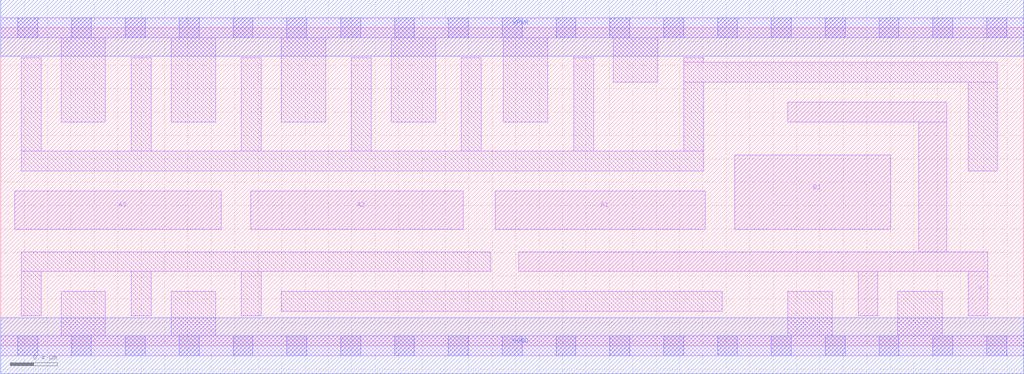
<source format=lef>
# Copyright 2020 The SkyWater PDK Authors
#
# Licensed under the Apache License, Version 2.0 (the "License");
# you may not use this file except in compliance with the License.
# You may obtain a copy of the License at
#
#     https://www.apache.org/licenses/LICENSE-2.0
#
# Unless required by applicable law or agreed to in writing, software
# distributed under the License is distributed on an "AS IS" BASIS,
# WITHOUT WARRANTIES OR CONDITIONS OF ANY KIND, either express or implied.
# See the License for the specific language governing permissions and
# limitations under the License.
#
# SPDX-License-Identifier: Apache-2.0

VERSION 5.7 ;
  NOWIREEXTENSIONATPIN ON ;
  DIVIDERCHAR "/" ;
  BUSBITCHARS "[]" ;
UNITS
  DATABASE MICRONS 200 ;
END UNITS
PROPERTYDEFINITIONS
  MACRO maskLayoutSubType STRING ;
  MACRO prCellType STRING ;
  MACRO originalViewName STRING ;
END PROPERTYDEFINITIONS
MACRO sky130_fd_sc_hdll__a31oi_4
  CLASS CORE ;
  FOREIGN sky130_fd_sc_hdll__a31oi_4 ;
  ORIGIN  0.000000  0.000000 ;
  SIZE  8.740000 BY  2.720000 ;
  SYMMETRY X Y R90 ;
  SITE unithd ;
  PIN A1
    ANTENNAGATEAREA  1.110000 ;
    DIRECTION INPUT ;
    USE SIGNAL ;
    PORT
      LAYER li1 ;
        RECT 4.225000 0.995000 6.020000 1.325000 ;
    END
  END A1
  PIN A2
    ANTENNAGATEAREA  1.110000 ;
    DIRECTION INPUT ;
    USE SIGNAL ;
    PORT
      LAYER li1 ;
        RECT 2.135000 0.995000 3.950000 1.325000 ;
    END
  END A2
  PIN A3
    ANTENNAGATEAREA  1.110000 ;
    DIRECTION INPUT ;
    USE SIGNAL ;
    PORT
      LAYER li1 ;
        RECT 0.120000 0.995000 1.885000 1.325000 ;
    END
  END A3
  PIN B1
    ANTENNAGATEAREA  1.110000 ;
    DIRECTION INPUT ;
    USE SIGNAL ;
    PORT
      LAYER li1 ;
        RECT 6.270000 0.995000 7.605000 1.630000 ;
    END
  END B1
  PIN Y
    ANTENNADIFFAREA  1.613500 ;
    DIRECTION OUTPUT ;
    USE SIGNAL ;
    PORT
      LAYER li1 ;
        RECT 4.425000 0.635000 8.435000 0.805000 ;
        RECT 6.725000 1.915000 8.085000 2.085000 ;
        RECT 7.325000 0.255000 7.495000 0.635000 ;
        RECT 7.845000 0.805000 8.085000 1.915000 ;
        RECT 8.265000 0.255000 8.435000 0.635000 ;
    END
  END Y
  PIN VGND
    DIRECTION INOUT ;
    USE GROUND ;
    PORT
      LAYER met1 ;
        RECT 0.000000 -0.240000 8.740000 0.240000 ;
    END
  END VGND
  PIN VPWR
    DIRECTION INOUT ;
    USE POWER ;
    PORT
      LAYER met1 ;
        RECT 0.000000 2.480000 8.740000 2.960000 ;
    END
  END VPWR
  OBS
    LAYER li1 ;
      RECT 0.000000 -0.085000 8.740000 0.085000 ;
      RECT 0.000000  2.635000 8.740000 2.805000 ;
      RECT 0.175000  0.255000 0.345000 0.635000 ;
      RECT 0.175000  0.635000 4.185000 0.805000 ;
      RECT 0.175000  1.495000 6.005000 1.665000 ;
      RECT 0.175000  1.665000 0.345000 2.465000 ;
      RECT 0.515000  0.085000 0.895000 0.465000 ;
      RECT 0.515000  1.915000 0.895000 2.635000 ;
      RECT 1.115000  0.255000 1.285000 0.635000 ;
      RECT 1.115000  1.665000 1.285000 2.465000 ;
      RECT 1.455000  0.085000 1.835000 0.465000 ;
      RECT 1.455000  1.915000 1.835000 2.635000 ;
      RECT 2.055000  0.255000 2.225000 0.635000 ;
      RECT 2.055000  1.665000 2.225000 2.465000 ;
      RECT 2.395000  0.295000 6.165000 0.465000 ;
      RECT 2.395000  1.915000 2.775000 2.635000 ;
      RECT 2.995000  1.665000 3.165000 2.465000 ;
      RECT 3.335000  1.915000 3.715000 2.635000 ;
      RECT 3.935000  1.665000 4.105000 2.465000 ;
      RECT 4.295000  1.915000 4.675000 2.635000 ;
      RECT 4.895000  1.665000 5.065000 2.465000 ;
      RECT 5.235000  2.255000 5.615000 2.635000 ;
      RECT 5.835000  1.665000 6.005000 2.255000 ;
      RECT 5.835000  2.255000 8.515000 2.425000 ;
      RECT 5.835000  2.425000 6.005000 2.465000 ;
      RECT 6.725000  0.085000 7.105000 0.465000 ;
      RECT 7.665000  0.085000 8.045000 0.465000 ;
      RECT 8.265000  1.495000 8.515000 2.255000 ;
    LAYER mcon ;
      RECT 0.145000 -0.085000 0.315000 0.085000 ;
      RECT 0.145000  2.635000 0.315000 2.805000 ;
      RECT 0.605000 -0.085000 0.775000 0.085000 ;
      RECT 0.605000  2.635000 0.775000 2.805000 ;
      RECT 1.065000 -0.085000 1.235000 0.085000 ;
      RECT 1.065000  2.635000 1.235000 2.805000 ;
      RECT 1.525000 -0.085000 1.695000 0.085000 ;
      RECT 1.525000  2.635000 1.695000 2.805000 ;
      RECT 1.985000 -0.085000 2.155000 0.085000 ;
      RECT 1.985000  2.635000 2.155000 2.805000 ;
      RECT 2.445000 -0.085000 2.615000 0.085000 ;
      RECT 2.445000  2.635000 2.615000 2.805000 ;
      RECT 2.905000 -0.085000 3.075000 0.085000 ;
      RECT 2.905000  2.635000 3.075000 2.805000 ;
      RECT 3.365000 -0.085000 3.535000 0.085000 ;
      RECT 3.365000  2.635000 3.535000 2.805000 ;
      RECT 3.825000 -0.085000 3.995000 0.085000 ;
      RECT 3.825000  2.635000 3.995000 2.805000 ;
      RECT 4.285000 -0.085000 4.455000 0.085000 ;
      RECT 4.285000  2.635000 4.455000 2.805000 ;
      RECT 4.745000 -0.085000 4.915000 0.085000 ;
      RECT 4.745000  2.635000 4.915000 2.805000 ;
      RECT 5.205000 -0.085000 5.375000 0.085000 ;
      RECT 5.205000  2.635000 5.375000 2.805000 ;
      RECT 5.665000 -0.085000 5.835000 0.085000 ;
      RECT 5.665000  2.635000 5.835000 2.805000 ;
      RECT 6.125000 -0.085000 6.295000 0.085000 ;
      RECT 6.125000  2.635000 6.295000 2.805000 ;
      RECT 6.585000 -0.085000 6.755000 0.085000 ;
      RECT 6.585000  2.635000 6.755000 2.805000 ;
      RECT 7.045000 -0.085000 7.215000 0.085000 ;
      RECT 7.045000  2.635000 7.215000 2.805000 ;
      RECT 7.505000 -0.085000 7.675000 0.085000 ;
      RECT 7.505000  2.635000 7.675000 2.805000 ;
      RECT 7.965000 -0.085000 8.135000 0.085000 ;
      RECT 7.965000  2.635000 8.135000 2.805000 ;
      RECT 8.425000 -0.085000 8.595000 0.085000 ;
      RECT 8.425000  2.635000 8.595000 2.805000 ;
  END
  PROPERTY maskLayoutSubType "abstract" ;
  PROPERTY prCellType "standard" ;
  PROPERTY originalViewName "layout" ;
END sky130_fd_sc_hdll__a31oi_4
END LIBRARY

</source>
